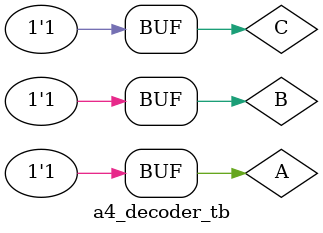
<source format=v>
module my3inputand (input a, input b, input c, output y);
    wire w;
    and(w, a, b);
    and(y, c, w);
endmodule    

module mydecoder3to8 (input a, input b, input c, output s, output t, output u, output v, output w, output x, output y, output z);
    wire na, nb, nc;
    not(na, a);
    not(nb, b);
    not(nc, c);
    my3inputand and1 (.a(na), .b(nb), .c(nc), .y(s));
    my3inputand and2 (.a(na), .b(nb), .c(c), .y(t));
    my3inputand and3 (.a(na), .b(b), .c(nc), .y(u));
    my3inputand and4 (.a(na), .b(b), .c(c), .y(v));
    my3inputand and5 (.a(a), .b(nb), .c(nc), .y(w));
    my3inputand and6 (.a(a), .b(nb), .c(c), .y(x));
    my3inputand and7 (.a(a), .b(b), .c(nc), .y(y));
    my3inputand and8 (.a(a), .b(b), .c(c), .y(z));
endmodule

module a4_decoder_tb();

	reg A, B, C;
	wire  D, E, F, G, H, I, J, K;

	mydecoder3to8 D1(A, B, C, D, E, F, G, H, I, J, K);
	
	
	initial begin
        $dumpfile("a4_decoder_tb.vcd");
        $dumpvars(0, a4_decoder_tb);

        A = 0; B = 0; C = 0;
        #10; A = 0; B = 0; C = 1;
        #10; A = 0; B = 1; C = 0;
        #10; A = 0; B = 1; C = 1;
        #10; A = 1; B = 0; C = 0;
        #10; A = 1; B = 0; C = 1;
        #10; A = 1; B = 1; C = 0;
        #10; A = 1; B = 1; C = 1;
        #10;
	end

endmodule
</source>
